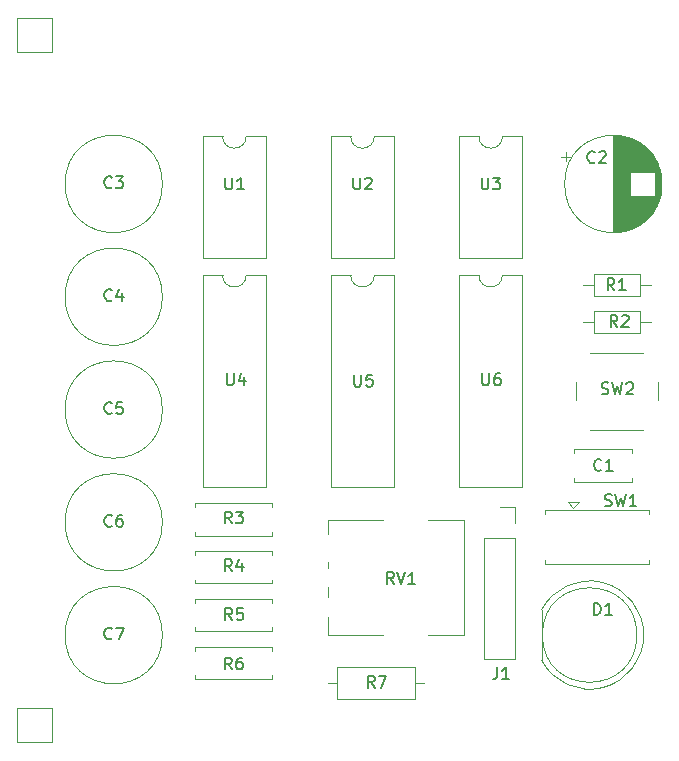
<source format=gbr>
%TF.GenerationSoftware,KiCad,Pcbnew,(7.0.0)*%
%TF.CreationDate,2023-02-28T14:37:34-05:00*%
%TF.ProjectId,8bc_clock_4,3862635f-636c-46f6-936b-5f342e6b6963,rev?*%
%TF.SameCoordinates,Original*%
%TF.FileFunction,Legend,Top*%
%TF.FilePolarity,Positive*%
%FSLAX46Y46*%
G04 Gerber Fmt 4.6, Leading zero omitted, Abs format (unit mm)*
G04 Created by KiCad (PCBNEW (7.0.0)) date 2023-02-28 14:37:34*
%MOMM*%
%LPD*%
G01*
G04 APERTURE LIST*
%ADD10C,0.150000*%
%ADD11C,0.120000*%
G04 APERTURE END LIST*
D10*
%TO.C,R1*%
X155768052Y-74944885D02*
X155434719Y-74468695D01*
X155196624Y-74944885D02*
X155196624Y-73944885D01*
X155196624Y-73944885D02*
X155577576Y-73944885D01*
X155577576Y-73944885D02*
X155672814Y-73992505D01*
X155672814Y-73992505D02*
X155720433Y-74040124D01*
X155720433Y-74040124D02*
X155768052Y-74135362D01*
X155768052Y-74135362D02*
X155768052Y-74278219D01*
X155768052Y-74278219D02*
X155720433Y-74373457D01*
X155720433Y-74373457D02*
X155672814Y-74421076D01*
X155672814Y-74421076D02*
X155577576Y-74468695D01*
X155577576Y-74468695D02*
X155196624Y-74468695D01*
X156720433Y-74944885D02*
X156149005Y-74944885D01*
X156434719Y-74944885D02*
X156434719Y-73944885D01*
X156434719Y-73944885D02*
X156339481Y-74087743D01*
X156339481Y-74087743D02*
X156244243Y-74182981D01*
X156244243Y-74182981D02*
X156149005Y-74230600D01*
%TO.C,C7*%
X113213333Y-104422142D02*
X113165714Y-104469761D01*
X113165714Y-104469761D02*
X113022857Y-104517380D01*
X113022857Y-104517380D02*
X112927619Y-104517380D01*
X112927619Y-104517380D02*
X112784762Y-104469761D01*
X112784762Y-104469761D02*
X112689524Y-104374523D01*
X112689524Y-104374523D02*
X112641905Y-104279285D01*
X112641905Y-104279285D02*
X112594286Y-104088809D01*
X112594286Y-104088809D02*
X112594286Y-103945952D01*
X112594286Y-103945952D02*
X112641905Y-103755476D01*
X112641905Y-103755476D02*
X112689524Y-103660238D01*
X112689524Y-103660238D02*
X112784762Y-103565000D01*
X112784762Y-103565000D02*
X112927619Y-103517380D01*
X112927619Y-103517380D02*
X113022857Y-103517380D01*
X113022857Y-103517380D02*
X113165714Y-103565000D01*
X113165714Y-103565000D02*
X113213333Y-103612619D01*
X113546667Y-103517380D02*
X114213333Y-103517380D01*
X114213333Y-103517380D02*
X113784762Y-104517380D01*
%TO.C,U3*%
X144528095Y-65407380D02*
X144528095Y-66216904D01*
X144528095Y-66216904D02*
X144575714Y-66312142D01*
X144575714Y-66312142D02*
X144623333Y-66359761D01*
X144623333Y-66359761D02*
X144718571Y-66407380D01*
X144718571Y-66407380D02*
X144909047Y-66407380D01*
X144909047Y-66407380D02*
X145004285Y-66359761D01*
X145004285Y-66359761D02*
X145051904Y-66312142D01*
X145051904Y-66312142D02*
X145099523Y-66216904D01*
X145099523Y-66216904D02*
X145099523Y-65407380D01*
X145480476Y-65407380D02*
X146099523Y-65407380D01*
X146099523Y-65407380D02*
X145766190Y-65788333D01*
X145766190Y-65788333D02*
X145909047Y-65788333D01*
X145909047Y-65788333D02*
X146004285Y-65835952D01*
X146004285Y-65835952D02*
X146051904Y-65883571D01*
X146051904Y-65883571D02*
X146099523Y-65978809D01*
X146099523Y-65978809D02*
X146099523Y-66216904D01*
X146099523Y-66216904D02*
X146051904Y-66312142D01*
X146051904Y-66312142D02*
X146004285Y-66359761D01*
X146004285Y-66359761D02*
X145909047Y-66407380D01*
X145909047Y-66407380D02*
X145623333Y-66407380D01*
X145623333Y-66407380D02*
X145528095Y-66359761D01*
X145528095Y-66359761D02*
X145480476Y-66312142D01*
%TO.C,C2*%
X154104890Y-64091914D02*
X154057271Y-64139533D01*
X154057271Y-64139533D02*
X153914414Y-64187152D01*
X153914414Y-64187152D02*
X153819176Y-64187152D01*
X153819176Y-64187152D02*
X153676319Y-64139533D01*
X153676319Y-64139533D02*
X153581081Y-64044295D01*
X153581081Y-64044295D02*
X153533462Y-63949057D01*
X153533462Y-63949057D02*
X153485843Y-63758581D01*
X153485843Y-63758581D02*
X153485843Y-63615724D01*
X153485843Y-63615724D02*
X153533462Y-63425248D01*
X153533462Y-63425248D02*
X153581081Y-63330010D01*
X153581081Y-63330010D02*
X153676319Y-63234772D01*
X153676319Y-63234772D02*
X153819176Y-63187152D01*
X153819176Y-63187152D02*
X153914414Y-63187152D01*
X153914414Y-63187152D02*
X154057271Y-63234772D01*
X154057271Y-63234772D02*
X154104890Y-63282391D01*
X154485843Y-63282391D02*
X154533462Y-63234772D01*
X154533462Y-63234772D02*
X154628700Y-63187152D01*
X154628700Y-63187152D02*
X154866795Y-63187152D01*
X154866795Y-63187152D02*
X154962033Y-63234772D01*
X154962033Y-63234772D02*
X155009652Y-63282391D01*
X155009652Y-63282391D02*
X155057271Y-63377629D01*
X155057271Y-63377629D02*
X155057271Y-63472867D01*
X155057271Y-63472867D02*
X155009652Y-63615724D01*
X155009652Y-63615724D02*
X154438224Y-64187152D01*
X154438224Y-64187152D02*
X155057271Y-64187152D01*
%TO.C,R5*%
X123405366Y-102853510D02*
X123072033Y-102377320D01*
X122833938Y-102853510D02*
X122833938Y-101853510D01*
X122833938Y-101853510D02*
X123214890Y-101853510D01*
X123214890Y-101853510D02*
X123310128Y-101901130D01*
X123310128Y-101901130D02*
X123357747Y-101948749D01*
X123357747Y-101948749D02*
X123405366Y-102043987D01*
X123405366Y-102043987D02*
X123405366Y-102186844D01*
X123405366Y-102186844D02*
X123357747Y-102282082D01*
X123357747Y-102282082D02*
X123310128Y-102329701D01*
X123310128Y-102329701D02*
X123214890Y-102377320D01*
X123214890Y-102377320D02*
X122833938Y-102377320D01*
X124310128Y-101853510D02*
X123833938Y-101853510D01*
X123833938Y-101853510D02*
X123786319Y-102329701D01*
X123786319Y-102329701D02*
X123833938Y-102282082D01*
X123833938Y-102282082D02*
X123929176Y-102234463D01*
X123929176Y-102234463D02*
X124167271Y-102234463D01*
X124167271Y-102234463D02*
X124262509Y-102282082D01*
X124262509Y-102282082D02*
X124310128Y-102329701D01*
X124310128Y-102329701D02*
X124357747Y-102424939D01*
X124357747Y-102424939D02*
X124357747Y-102663034D01*
X124357747Y-102663034D02*
X124310128Y-102758272D01*
X124310128Y-102758272D02*
X124262509Y-102805891D01*
X124262509Y-102805891D02*
X124167271Y-102853510D01*
X124167271Y-102853510D02*
X123929176Y-102853510D01*
X123929176Y-102853510D02*
X123833938Y-102805891D01*
X123833938Y-102805891D02*
X123786319Y-102758272D01*
%TO.C,U5*%
X133738795Y-82101754D02*
X133738795Y-82911278D01*
X133738795Y-82911278D02*
X133786414Y-83006516D01*
X133786414Y-83006516D02*
X133834033Y-83054135D01*
X133834033Y-83054135D02*
X133929271Y-83101754D01*
X133929271Y-83101754D02*
X134119747Y-83101754D01*
X134119747Y-83101754D02*
X134214985Y-83054135D01*
X134214985Y-83054135D02*
X134262604Y-83006516D01*
X134262604Y-83006516D02*
X134310223Y-82911278D01*
X134310223Y-82911278D02*
X134310223Y-82101754D01*
X135262604Y-82101754D02*
X134786414Y-82101754D01*
X134786414Y-82101754D02*
X134738795Y-82577945D01*
X134738795Y-82577945D02*
X134786414Y-82530326D01*
X134786414Y-82530326D02*
X134881652Y-82482707D01*
X134881652Y-82482707D02*
X135119747Y-82482707D01*
X135119747Y-82482707D02*
X135214985Y-82530326D01*
X135214985Y-82530326D02*
X135262604Y-82577945D01*
X135262604Y-82577945D02*
X135310223Y-82673183D01*
X135310223Y-82673183D02*
X135310223Y-82911278D01*
X135310223Y-82911278D02*
X135262604Y-83006516D01*
X135262604Y-83006516D02*
X135214985Y-83054135D01*
X135214985Y-83054135D02*
X135119747Y-83101754D01*
X135119747Y-83101754D02*
X134881652Y-83101754D01*
X134881652Y-83101754D02*
X134786414Y-83054135D01*
X134786414Y-83054135D02*
X134738795Y-83006516D01*
%TO.C,U2*%
X133678095Y-65407380D02*
X133678095Y-66216904D01*
X133678095Y-66216904D02*
X133725714Y-66312142D01*
X133725714Y-66312142D02*
X133773333Y-66359761D01*
X133773333Y-66359761D02*
X133868571Y-66407380D01*
X133868571Y-66407380D02*
X134059047Y-66407380D01*
X134059047Y-66407380D02*
X134154285Y-66359761D01*
X134154285Y-66359761D02*
X134201904Y-66312142D01*
X134201904Y-66312142D02*
X134249523Y-66216904D01*
X134249523Y-66216904D02*
X134249523Y-65407380D01*
X134678095Y-65502619D02*
X134725714Y-65455000D01*
X134725714Y-65455000D02*
X134820952Y-65407380D01*
X134820952Y-65407380D02*
X135059047Y-65407380D01*
X135059047Y-65407380D02*
X135154285Y-65455000D01*
X135154285Y-65455000D02*
X135201904Y-65502619D01*
X135201904Y-65502619D02*
X135249523Y-65597857D01*
X135249523Y-65597857D02*
X135249523Y-65693095D01*
X135249523Y-65693095D02*
X135201904Y-65835952D01*
X135201904Y-65835952D02*
X134630476Y-66407380D01*
X134630476Y-66407380D02*
X135249523Y-66407380D01*
%TO.C,C6*%
X113213333Y-94872142D02*
X113165714Y-94919761D01*
X113165714Y-94919761D02*
X113022857Y-94967380D01*
X113022857Y-94967380D02*
X112927619Y-94967380D01*
X112927619Y-94967380D02*
X112784762Y-94919761D01*
X112784762Y-94919761D02*
X112689524Y-94824523D01*
X112689524Y-94824523D02*
X112641905Y-94729285D01*
X112641905Y-94729285D02*
X112594286Y-94538809D01*
X112594286Y-94538809D02*
X112594286Y-94395952D01*
X112594286Y-94395952D02*
X112641905Y-94205476D01*
X112641905Y-94205476D02*
X112689524Y-94110238D01*
X112689524Y-94110238D02*
X112784762Y-94015000D01*
X112784762Y-94015000D02*
X112927619Y-93967380D01*
X112927619Y-93967380D02*
X113022857Y-93967380D01*
X113022857Y-93967380D02*
X113165714Y-94015000D01*
X113165714Y-94015000D02*
X113213333Y-94062619D01*
X114070476Y-93967380D02*
X113880000Y-93967380D01*
X113880000Y-93967380D02*
X113784762Y-94015000D01*
X113784762Y-94015000D02*
X113737143Y-94062619D01*
X113737143Y-94062619D02*
X113641905Y-94205476D01*
X113641905Y-94205476D02*
X113594286Y-94395952D01*
X113594286Y-94395952D02*
X113594286Y-94776904D01*
X113594286Y-94776904D02*
X113641905Y-94872142D01*
X113641905Y-94872142D02*
X113689524Y-94919761D01*
X113689524Y-94919761D02*
X113784762Y-94967380D01*
X113784762Y-94967380D02*
X113975238Y-94967380D01*
X113975238Y-94967380D02*
X114070476Y-94919761D01*
X114070476Y-94919761D02*
X114118095Y-94872142D01*
X114118095Y-94872142D02*
X114165714Y-94776904D01*
X114165714Y-94776904D02*
X114165714Y-94538809D01*
X114165714Y-94538809D02*
X114118095Y-94443571D01*
X114118095Y-94443571D02*
X114070476Y-94395952D01*
X114070476Y-94395952D02*
X113975238Y-94348333D01*
X113975238Y-94348333D02*
X113784762Y-94348333D01*
X113784762Y-94348333D02*
X113689524Y-94395952D01*
X113689524Y-94395952D02*
X113641905Y-94443571D01*
X113641905Y-94443571D02*
X113594286Y-94538809D01*
%TO.C,R3*%
X123362921Y-94689402D02*
X123029588Y-94213212D01*
X122791493Y-94689402D02*
X122791493Y-93689402D01*
X122791493Y-93689402D02*
X123172445Y-93689402D01*
X123172445Y-93689402D02*
X123267683Y-93737022D01*
X123267683Y-93737022D02*
X123315302Y-93784641D01*
X123315302Y-93784641D02*
X123362921Y-93879879D01*
X123362921Y-93879879D02*
X123362921Y-94022736D01*
X123362921Y-94022736D02*
X123315302Y-94117974D01*
X123315302Y-94117974D02*
X123267683Y-94165593D01*
X123267683Y-94165593D02*
X123172445Y-94213212D01*
X123172445Y-94213212D02*
X122791493Y-94213212D01*
X123696255Y-93689402D02*
X124315302Y-93689402D01*
X124315302Y-93689402D02*
X123981969Y-94070355D01*
X123981969Y-94070355D02*
X124124826Y-94070355D01*
X124124826Y-94070355D02*
X124220064Y-94117974D01*
X124220064Y-94117974D02*
X124267683Y-94165593D01*
X124267683Y-94165593D02*
X124315302Y-94260831D01*
X124315302Y-94260831D02*
X124315302Y-94498926D01*
X124315302Y-94498926D02*
X124267683Y-94594164D01*
X124267683Y-94594164D02*
X124220064Y-94641783D01*
X124220064Y-94641783D02*
X124124826Y-94689402D01*
X124124826Y-94689402D02*
X123839112Y-94689402D01*
X123839112Y-94689402D02*
X123743874Y-94641783D01*
X123743874Y-94641783D02*
X123696255Y-94594164D01*
%TO.C,U6*%
X144585540Y-81984492D02*
X144585540Y-82794016D01*
X144585540Y-82794016D02*
X144633159Y-82889254D01*
X144633159Y-82889254D02*
X144680778Y-82936873D01*
X144680778Y-82936873D02*
X144776016Y-82984492D01*
X144776016Y-82984492D02*
X144966492Y-82984492D01*
X144966492Y-82984492D02*
X145061730Y-82936873D01*
X145061730Y-82936873D02*
X145109349Y-82889254D01*
X145109349Y-82889254D02*
X145156968Y-82794016D01*
X145156968Y-82794016D02*
X145156968Y-81984492D01*
X146061730Y-81984492D02*
X145871254Y-81984492D01*
X145871254Y-81984492D02*
X145776016Y-82032112D01*
X145776016Y-82032112D02*
X145728397Y-82079731D01*
X145728397Y-82079731D02*
X145633159Y-82222588D01*
X145633159Y-82222588D02*
X145585540Y-82413064D01*
X145585540Y-82413064D02*
X145585540Y-82794016D01*
X145585540Y-82794016D02*
X145633159Y-82889254D01*
X145633159Y-82889254D02*
X145680778Y-82936873D01*
X145680778Y-82936873D02*
X145776016Y-82984492D01*
X145776016Y-82984492D02*
X145966492Y-82984492D01*
X145966492Y-82984492D02*
X146061730Y-82936873D01*
X146061730Y-82936873D02*
X146109349Y-82889254D01*
X146109349Y-82889254D02*
X146156968Y-82794016D01*
X146156968Y-82794016D02*
X146156968Y-82555921D01*
X146156968Y-82555921D02*
X146109349Y-82460683D01*
X146109349Y-82460683D02*
X146061730Y-82413064D01*
X146061730Y-82413064D02*
X145966492Y-82365445D01*
X145966492Y-82365445D02*
X145776016Y-82365445D01*
X145776016Y-82365445D02*
X145680778Y-82413064D01*
X145680778Y-82413064D02*
X145633159Y-82460683D01*
X145633159Y-82460683D02*
X145585540Y-82555921D01*
%TO.C,C4*%
X113213333Y-75772142D02*
X113165714Y-75819761D01*
X113165714Y-75819761D02*
X113022857Y-75867380D01*
X113022857Y-75867380D02*
X112927619Y-75867380D01*
X112927619Y-75867380D02*
X112784762Y-75819761D01*
X112784762Y-75819761D02*
X112689524Y-75724523D01*
X112689524Y-75724523D02*
X112641905Y-75629285D01*
X112641905Y-75629285D02*
X112594286Y-75438809D01*
X112594286Y-75438809D02*
X112594286Y-75295952D01*
X112594286Y-75295952D02*
X112641905Y-75105476D01*
X112641905Y-75105476D02*
X112689524Y-75010238D01*
X112689524Y-75010238D02*
X112784762Y-74915000D01*
X112784762Y-74915000D02*
X112927619Y-74867380D01*
X112927619Y-74867380D02*
X113022857Y-74867380D01*
X113022857Y-74867380D02*
X113165714Y-74915000D01*
X113165714Y-74915000D02*
X113213333Y-74962619D01*
X114070476Y-75200714D02*
X114070476Y-75867380D01*
X113832381Y-74819761D02*
X113594286Y-75534047D01*
X113594286Y-75534047D02*
X114213333Y-75534047D01*
%TO.C,R4*%
X123392942Y-98742246D02*
X123059609Y-98266056D01*
X122821514Y-98742246D02*
X122821514Y-97742246D01*
X122821514Y-97742246D02*
X123202466Y-97742246D01*
X123202466Y-97742246D02*
X123297704Y-97789866D01*
X123297704Y-97789866D02*
X123345323Y-97837485D01*
X123345323Y-97837485D02*
X123392942Y-97932723D01*
X123392942Y-97932723D02*
X123392942Y-98075580D01*
X123392942Y-98075580D02*
X123345323Y-98170818D01*
X123345323Y-98170818D02*
X123297704Y-98218437D01*
X123297704Y-98218437D02*
X123202466Y-98266056D01*
X123202466Y-98266056D02*
X122821514Y-98266056D01*
X124250085Y-98075580D02*
X124250085Y-98742246D01*
X124011990Y-97694627D02*
X123773895Y-98408913D01*
X123773895Y-98408913D02*
X124392942Y-98408913D01*
%TO.C,SW2*%
X154684517Y-83709123D02*
X154827374Y-83756742D01*
X154827374Y-83756742D02*
X155065469Y-83756742D01*
X155065469Y-83756742D02*
X155160707Y-83709123D01*
X155160707Y-83709123D02*
X155208326Y-83661504D01*
X155208326Y-83661504D02*
X155255945Y-83566266D01*
X155255945Y-83566266D02*
X155255945Y-83471028D01*
X155255945Y-83471028D02*
X155208326Y-83375790D01*
X155208326Y-83375790D02*
X155160707Y-83328171D01*
X155160707Y-83328171D02*
X155065469Y-83280552D01*
X155065469Y-83280552D02*
X154874993Y-83232933D01*
X154874993Y-83232933D02*
X154779755Y-83185314D01*
X154779755Y-83185314D02*
X154732136Y-83137695D01*
X154732136Y-83137695D02*
X154684517Y-83042457D01*
X154684517Y-83042457D02*
X154684517Y-82947219D01*
X154684517Y-82947219D02*
X154732136Y-82851981D01*
X154732136Y-82851981D02*
X154779755Y-82804362D01*
X154779755Y-82804362D02*
X154874993Y-82756742D01*
X154874993Y-82756742D02*
X155113088Y-82756742D01*
X155113088Y-82756742D02*
X155255945Y-82804362D01*
X155589279Y-82756742D02*
X155827374Y-83756742D01*
X155827374Y-83756742D02*
X156017850Y-83042457D01*
X156017850Y-83042457D02*
X156208326Y-83756742D01*
X156208326Y-83756742D02*
X156446422Y-82756742D01*
X156779755Y-82851981D02*
X156827374Y-82804362D01*
X156827374Y-82804362D02*
X156922612Y-82756742D01*
X156922612Y-82756742D02*
X157160707Y-82756742D01*
X157160707Y-82756742D02*
X157255945Y-82804362D01*
X157255945Y-82804362D02*
X157303564Y-82851981D01*
X157303564Y-82851981D02*
X157351183Y-82947219D01*
X157351183Y-82947219D02*
X157351183Y-83042457D01*
X157351183Y-83042457D02*
X157303564Y-83185314D01*
X157303564Y-83185314D02*
X156732136Y-83756742D01*
X156732136Y-83756742D02*
X157351183Y-83756742D01*
%TO.C,RV1*%
X137090073Y-99824419D02*
X136756740Y-99348229D01*
X136518645Y-99824419D02*
X136518645Y-98824419D01*
X136518645Y-98824419D02*
X136899597Y-98824419D01*
X136899597Y-98824419D02*
X136994835Y-98872039D01*
X136994835Y-98872039D02*
X137042454Y-98919658D01*
X137042454Y-98919658D02*
X137090073Y-99014896D01*
X137090073Y-99014896D02*
X137090073Y-99157753D01*
X137090073Y-99157753D02*
X137042454Y-99252991D01*
X137042454Y-99252991D02*
X136994835Y-99300610D01*
X136994835Y-99300610D02*
X136899597Y-99348229D01*
X136899597Y-99348229D02*
X136518645Y-99348229D01*
X137375788Y-98824419D02*
X137709121Y-99824419D01*
X137709121Y-99824419D02*
X138042454Y-98824419D01*
X138899597Y-99824419D02*
X138328169Y-99824419D01*
X138613883Y-99824419D02*
X138613883Y-98824419D01*
X138613883Y-98824419D02*
X138518645Y-98967277D01*
X138518645Y-98967277D02*
X138423407Y-99062515D01*
X138423407Y-99062515D02*
X138328169Y-99110134D01*
%TO.C,D1*%
X154034950Y-102436557D02*
X154034950Y-101436557D01*
X154034950Y-101436557D02*
X154273045Y-101436557D01*
X154273045Y-101436557D02*
X154415902Y-101484177D01*
X154415902Y-101484177D02*
X154511140Y-101579415D01*
X154511140Y-101579415D02*
X154558759Y-101674653D01*
X154558759Y-101674653D02*
X154606378Y-101865129D01*
X154606378Y-101865129D02*
X154606378Y-102007986D01*
X154606378Y-102007986D02*
X154558759Y-102198462D01*
X154558759Y-102198462D02*
X154511140Y-102293700D01*
X154511140Y-102293700D02*
X154415902Y-102388938D01*
X154415902Y-102388938D02*
X154273045Y-102436557D01*
X154273045Y-102436557D02*
X154034950Y-102436557D01*
X155558759Y-102436557D02*
X154987331Y-102436557D01*
X155273045Y-102436557D02*
X155273045Y-101436557D01*
X155273045Y-101436557D02*
X155177807Y-101579415D01*
X155177807Y-101579415D02*
X155082569Y-101674653D01*
X155082569Y-101674653D02*
X154987331Y-101722272D01*
%TO.C,C3*%
X113213333Y-66222142D02*
X113165714Y-66269761D01*
X113165714Y-66269761D02*
X113022857Y-66317380D01*
X113022857Y-66317380D02*
X112927619Y-66317380D01*
X112927619Y-66317380D02*
X112784762Y-66269761D01*
X112784762Y-66269761D02*
X112689524Y-66174523D01*
X112689524Y-66174523D02*
X112641905Y-66079285D01*
X112641905Y-66079285D02*
X112594286Y-65888809D01*
X112594286Y-65888809D02*
X112594286Y-65745952D01*
X112594286Y-65745952D02*
X112641905Y-65555476D01*
X112641905Y-65555476D02*
X112689524Y-65460238D01*
X112689524Y-65460238D02*
X112784762Y-65365000D01*
X112784762Y-65365000D02*
X112927619Y-65317380D01*
X112927619Y-65317380D02*
X113022857Y-65317380D01*
X113022857Y-65317380D02*
X113165714Y-65365000D01*
X113165714Y-65365000D02*
X113213333Y-65412619D01*
X113546667Y-65317380D02*
X114165714Y-65317380D01*
X114165714Y-65317380D02*
X113832381Y-65698333D01*
X113832381Y-65698333D02*
X113975238Y-65698333D01*
X113975238Y-65698333D02*
X114070476Y-65745952D01*
X114070476Y-65745952D02*
X114118095Y-65793571D01*
X114118095Y-65793571D02*
X114165714Y-65888809D01*
X114165714Y-65888809D02*
X114165714Y-66126904D01*
X114165714Y-66126904D02*
X114118095Y-66222142D01*
X114118095Y-66222142D02*
X114070476Y-66269761D01*
X114070476Y-66269761D02*
X113975238Y-66317380D01*
X113975238Y-66317380D02*
X113689524Y-66317380D01*
X113689524Y-66317380D02*
X113594286Y-66269761D01*
X113594286Y-66269761D02*
X113546667Y-66222142D01*
%TO.C,J1*%
X145841425Y-106878510D02*
X145841425Y-107592796D01*
X145841425Y-107592796D02*
X145793806Y-107735653D01*
X145793806Y-107735653D02*
X145698568Y-107830891D01*
X145698568Y-107830891D02*
X145555711Y-107878510D01*
X145555711Y-107878510D02*
X145460473Y-107878510D01*
X146841425Y-107878510D02*
X146269997Y-107878510D01*
X146555711Y-107878510D02*
X146555711Y-106878510D01*
X146555711Y-106878510D02*
X146460473Y-107021368D01*
X146460473Y-107021368D02*
X146365235Y-107116606D01*
X146365235Y-107116606D02*
X146269997Y-107164225D01*
%TO.C,R6*%
X123373333Y-107047380D02*
X123040000Y-106571190D01*
X122801905Y-107047380D02*
X122801905Y-106047380D01*
X122801905Y-106047380D02*
X123182857Y-106047380D01*
X123182857Y-106047380D02*
X123278095Y-106095000D01*
X123278095Y-106095000D02*
X123325714Y-106142619D01*
X123325714Y-106142619D02*
X123373333Y-106237857D01*
X123373333Y-106237857D02*
X123373333Y-106380714D01*
X123373333Y-106380714D02*
X123325714Y-106475952D01*
X123325714Y-106475952D02*
X123278095Y-106523571D01*
X123278095Y-106523571D02*
X123182857Y-106571190D01*
X123182857Y-106571190D02*
X122801905Y-106571190D01*
X124230476Y-106047380D02*
X124040000Y-106047380D01*
X124040000Y-106047380D02*
X123944762Y-106095000D01*
X123944762Y-106095000D02*
X123897143Y-106142619D01*
X123897143Y-106142619D02*
X123801905Y-106285476D01*
X123801905Y-106285476D02*
X123754286Y-106475952D01*
X123754286Y-106475952D02*
X123754286Y-106856904D01*
X123754286Y-106856904D02*
X123801905Y-106952142D01*
X123801905Y-106952142D02*
X123849524Y-106999761D01*
X123849524Y-106999761D02*
X123944762Y-107047380D01*
X123944762Y-107047380D02*
X124135238Y-107047380D01*
X124135238Y-107047380D02*
X124230476Y-106999761D01*
X124230476Y-106999761D02*
X124278095Y-106952142D01*
X124278095Y-106952142D02*
X124325714Y-106856904D01*
X124325714Y-106856904D02*
X124325714Y-106618809D01*
X124325714Y-106618809D02*
X124278095Y-106523571D01*
X124278095Y-106523571D02*
X124230476Y-106475952D01*
X124230476Y-106475952D02*
X124135238Y-106428333D01*
X124135238Y-106428333D02*
X123944762Y-106428333D01*
X123944762Y-106428333D02*
X123849524Y-106475952D01*
X123849524Y-106475952D02*
X123801905Y-106523571D01*
X123801905Y-106523571D02*
X123754286Y-106618809D01*
%TO.C,R7*%
X135469029Y-108598186D02*
X135135696Y-108121996D01*
X134897601Y-108598186D02*
X134897601Y-107598186D01*
X134897601Y-107598186D02*
X135278553Y-107598186D01*
X135278553Y-107598186D02*
X135373791Y-107645806D01*
X135373791Y-107645806D02*
X135421410Y-107693425D01*
X135421410Y-107693425D02*
X135469029Y-107788663D01*
X135469029Y-107788663D02*
X135469029Y-107931520D01*
X135469029Y-107931520D02*
X135421410Y-108026758D01*
X135421410Y-108026758D02*
X135373791Y-108074377D01*
X135373791Y-108074377D02*
X135278553Y-108121996D01*
X135278553Y-108121996D02*
X134897601Y-108121996D01*
X135802363Y-107598186D02*
X136469029Y-107598186D01*
X136469029Y-107598186D02*
X136040458Y-108598186D01*
%TO.C,SW1*%
X154956667Y-93174761D02*
X155099524Y-93222380D01*
X155099524Y-93222380D02*
X155337619Y-93222380D01*
X155337619Y-93222380D02*
X155432857Y-93174761D01*
X155432857Y-93174761D02*
X155480476Y-93127142D01*
X155480476Y-93127142D02*
X155528095Y-93031904D01*
X155528095Y-93031904D02*
X155528095Y-92936666D01*
X155528095Y-92936666D02*
X155480476Y-92841428D01*
X155480476Y-92841428D02*
X155432857Y-92793809D01*
X155432857Y-92793809D02*
X155337619Y-92746190D01*
X155337619Y-92746190D02*
X155147143Y-92698571D01*
X155147143Y-92698571D02*
X155051905Y-92650952D01*
X155051905Y-92650952D02*
X155004286Y-92603333D01*
X155004286Y-92603333D02*
X154956667Y-92508095D01*
X154956667Y-92508095D02*
X154956667Y-92412857D01*
X154956667Y-92412857D02*
X155004286Y-92317619D01*
X155004286Y-92317619D02*
X155051905Y-92270000D01*
X155051905Y-92270000D02*
X155147143Y-92222380D01*
X155147143Y-92222380D02*
X155385238Y-92222380D01*
X155385238Y-92222380D02*
X155528095Y-92270000D01*
X155861429Y-92222380D02*
X156099524Y-93222380D01*
X156099524Y-93222380D02*
X156290000Y-92508095D01*
X156290000Y-92508095D02*
X156480476Y-93222380D01*
X156480476Y-93222380D02*
X156718572Y-92222380D01*
X157623333Y-93222380D02*
X157051905Y-93222380D01*
X157337619Y-93222380D02*
X157337619Y-92222380D01*
X157337619Y-92222380D02*
X157242381Y-92365238D01*
X157242381Y-92365238D02*
X157147143Y-92460476D01*
X157147143Y-92460476D02*
X157051905Y-92508095D01*
%TO.C,U1*%
X122828095Y-65407380D02*
X122828095Y-66216904D01*
X122828095Y-66216904D02*
X122875714Y-66312142D01*
X122875714Y-66312142D02*
X122923333Y-66359761D01*
X122923333Y-66359761D02*
X123018571Y-66407380D01*
X123018571Y-66407380D02*
X123209047Y-66407380D01*
X123209047Y-66407380D02*
X123304285Y-66359761D01*
X123304285Y-66359761D02*
X123351904Y-66312142D01*
X123351904Y-66312142D02*
X123399523Y-66216904D01*
X123399523Y-66216904D02*
X123399523Y-65407380D01*
X124399523Y-66407380D02*
X123828095Y-66407380D01*
X124113809Y-66407380D02*
X124113809Y-65407380D01*
X124113809Y-65407380D02*
X124018571Y-65550238D01*
X124018571Y-65550238D02*
X123923333Y-65645476D01*
X123923333Y-65645476D02*
X123828095Y-65693095D01*
%TO.C,R2*%
X156017444Y-78062287D02*
X155684111Y-77586097D01*
X155446016Y-78062287D02*
X155446016Y-77062287D01*
X155446016Y-77062287D02*
X155826968Y-77062287D01*
X155826968Y-77062287D02*
X155922206Y-77109907D01*
X155922206Y-77109907D02*
X155969825Y-77157526D01*
X155969825Y-77157526D02*
X156017444Y-77252764D01*
X156017444Y-77252764D02*
X156017444Y-77395621D01*
X156017444Y-77395621D02*
X155969825Y-77490859D01*
X155969825Y-77490859D02*
X155922206Y-77538478D01*
X155922206Y-77538478D02*
X155826968Y-77586097D01*
X155826968Y-77586097D02*
X155446016Y-77586097D01*
X156398397Y-77157526D02*
X156446016Y-77109907D01*
X156446016Y-77109907D02*
X156541254Y-77062287D01*
X156541254Y-77062287D02*
X156779349Y-77062287D01*
X156779349Y-77062287D02*
X156874587Y-77109907D01*
X156874587Y-77109907D02*
X156922206Y-77157526D01*
X156922206Y-77157526D02*
X156969825Y-77252764D01*
X156969825Y-77252764D02*
X156969825Y-77348002D01*
X156969825Y-77348002D02*
X156922206Y-77490859D01*
X156922206Y-77490859D02*
X156350778Y-78062287D01*
X156350778Y-78062287D02*
X156969825Y-78062287D01*
%TO.C,U4*%
X122950682Y-81984492D02*
X122950682Y-82794016D01*
X122950682Y-82794016D02*
X122998301Y-82889254D01*
X122998301Y-82889254D02*
X123045920Y-82936873D01*
X123045920Y-82936873D02*
X123141158Y-82984492D01*
X123141158Y-82984492D02*
X123331634Y-82984492D01*
X123331634Y-82984492D02*
X123426872Y-82936873D01*
X123426872Y-82936873D02*
X123474491Y-82889254D01*
X123474491Y-82889254D02*
X123522110Y-82794016D01*
X123522110Y-82794016D02*
X123522110Y-81984492D01*
X124426872Y-82317826D02*
X124426872Y-82984492D01*
X124188777Y-81936873D02*
X123950682Y-82651159D01*
X123950682Y-82651159D02*
X124569729Y-82651159D01*
%TO.C,C5*%
X113213333Y-85322142D02*
X113165714Y-85369761D01*
X113165714Y-85369761D02*
X113022857Y-85417380D01*
X113022857Y-85417380D02*
X112927619Y-85417380D01*
X112927619Y-85417380D02*
X112784762Y-85369761D01*
X112784762Y-85369761D02*
X112689524Y-85274523D01*
X112689524Y-85274523D02*
X112641905Y-85179285D01*
X112641905Y-85179285D02*
X112594286Y-84988809D01*
X112594286Y-84988809D02*
X112594286Y-84845952D01*
X112594286Y-84845952D02*
X112641905Y-84655476D01*
X112641905Y-84655476D02*
X112689524Y-84560238D01*
X112689524Y-84560238D02*
X112784762Y-84465000D01*
X112784762Y-84465000D02*
X112927619Y-84417380D01*
X112927619Y-84417380D02*
X113022857Y-84417380D01*
X113022857Y-84417380D02*
X113165714Y-84465000D01*
X113165714Y-84465000D02*
X113213333Y-84512619D01*
X114118095Y-84417380D02*
X113641905Y-84417380D01*
X113641905Y-84417380D02*
X113594286Y-84893571D01*
X113594286Y-84893571D02*
X113641905Y-84845952D01*
X113641905Y-84845952D02*
X113737143Y-84798333D01*
X113737143Y-84798333D02*
X113975238Y-84798333D01*
X113975238Y-84798333D02*
X114070476Y-84845952D01*
X114070476Y-84845952D02*
X114118095Y-84893571D01*
X114118095Y-84893571D02*
X114165714Y-84988809D01*
X114165714Y-84988809D02*
X114165714Y-85226904D01*
X114165714Y-85226904D02*
X114118095Y-85322142D01*
X114118095Y-85322142D02*
X114070476Y-85369761D01*
X114070476Y-85369761D02*
X113975238Y-85417380D01*
X113975238Y-85417380D02*
X113737143Y-85417380D01*
X113737143Y-85417380D02*
X113641905Y-85369761D01*
X113641905Y-85369761D02*
X113594286Y-85322142D01*
%TO.C,C1*%
X154660798Y-90151344D02*
X154613179Y-90198963D01*
X154613179Y-90198963D02*
X154470322Y-90246582D01*
X154470322Y-90246582D02*
X154375084Y-90246582D01*
X154375084Y-90246582D02*
X154232227Y-90198963D01*
X154232227Y-90198963D02*
X154136989Y-90103725D01*
X154136989Y-90103725D02*
X154089370Y-90008487D01*
X154089370Y-90008487D02*
X154041751Y-89818011D01*
X154041751Y-89818011D02*
X154041751Y-89675154D01*
X154041751Y-89675154D02*
X154089370Y-89484678D01*
X154089370Y-89484678D02*
X154136989Y-89389440D01*
X154136989Y-89389440D02*
X154232227Y-89294202D01*
X154232227Y-89294202D02*
X154375084Y-89246582D01*
X154375084Y-89246582D02*
X154470322Y-89246582D01*
X154470322Y-89246582D02*
X154613179Y-89294202D01*
X154613179Y-89294202D02*
X154660798Y-89341821D01*
X155613179Y-90246582D02*
X155041751Y-90246582D01*
X155327465Y-90246582D02*
X155327465Y-89246582D01*
X155327465Y-89246582D02*
X155232227Y-89389440D01*
X155232227Y-89389440D02*
X155136989Y-89484678D01*
X155136989Y-89484678D02*
X155041751Y-89532297D01*
D11*
%TO.C,R1*%
X153120000Y-74500000D02*
X154070000Y-74500000D01*
X154070000Y-73580000D02*
X154070000Y-75420000D01*
X154070000Y-75420000D02*
X157910000Y-75420000D01*
X157910000Y-73580000D02*
X154070000Y-73580000D01*
X157910000Y-75420000D02*
X157910000Y-73580000D01*
X158860000Y-74500000D02*
X157910000Y-74500000D01*
%TO.C,C7*%
X117500000Y-104150000D02*
G75*
G03*
X117500000Y-104150000I-4120000J0D01*
G01*
%TO.C,REF\u002A\u002A\u002A*%
X105180000Y-110360000D02*
X105180000Y-113210000D01*
X105180000Y-110360000D02*
X108180000Y-110360000D01*
X105180000Y-113210000D02*
X108180000Y-113210000D01*
X108180000Y-110360000D02*
X108180000Y-113210000D01*
%TO.C,U3*%
X142640000Y-61920000D02*
X142640000Y-72200000D01*
X142640000Y-72200000D02*
X147940000Y-72200000D01*
X144290000Y-61920000D02*
X142640000Y-61920000D01*
X147940000Y-61920000D02*
X146290000Y-61920000D01*
X147940000Y-72200000D02*
X147940000Y-61920000D01*
X144290000Y-61920000D02*
G75*
G03*
X146290000Y-61920000I1000000J0D01*
G01*
%TO.C,C2*%
X151265000Y-63635000D02*
X152065000Y-63635000D01*
X151665000Y-63235000D02*
X151665000Y-64035000D01*
X155674698Y-61870000D02*
X155674698Y-70030000D01*
X155714698Y-61870000D02*
X155714698Y-70030000D01*
X155754698Y-61870000D02*
X155754698Y-70030000D01*
X155794698Y-61871000D02*
X155794698Y-70029000D01*
X155834698Y-61873000D02*
X155834698Y-70027000D01*
X155874698Y-61874000D02*
X155874698Y-70026000D01*
X155914698Y-61876000D02*
X155914698Y-70024000D01*
X155954698Y-61879000D02*
X155954698Y-70021000D01*
X155994698Y-61882000D02*
X155994698Y-70018000D01*
X156034698Y-61885000D02*
X156034698Y-70015000D01*
X156074698Y-61889000D02*
X156074698Y-70011000D01*
X156114698Y-61893000D02*
X156114698Y-70007000D01*
X156154698Y-61898000D02*
X156154698Y-70002000D01*
X156194698Y-61902000D02*
X156194698Y-69998000D01*
X156234698Y-61908000D02*
X156234698Y-69992000D01*
X156274698Y-61913000D02*
X156274698Y-69987000D01*
X156314698Y-61920000D02*
X156314698Y-69980000D01*
X156354698Y-61926000D02*
X156354698Y-69974000D01*
X156395698Y-61933000D02*
X156395698Y-69967000D01*
X156435698Y-61940000D02*
X156435698Y-69960000D01*
X156475698Y-61948000D02*
X156475698Y-69952000D01*
X156515698Y-61956000D02*
X156515698Y-69944000D01*
X156555698Y-61965000D02*
X156555698Y-69935000D01*
X156595698Y-61974000D02*
X156595698Y-69926000D01*
X156635698Y-61983000D02*
X156635698Y-69917000D01*
X156675698Y-61993000D02*
X156675698Y-69907000D01*
X156715698Y-62003000D02*
X156715698Y-69897000D01*
X156755698Y-62014000D02*
X156755698Y-69886000D01*
X156795698Y-62025000D02*
X156795698Y-69875000D01*
X156835698Y-62036000D02*
X156835698Y-69864000D01*
X156875698Y-62048000D02*
X156875698Y-69852000D01*
X156915698Y-62061000D02*
X156915698Y-69839000D01*
X156955698Y-62073000D02*
X156955698Y-69827000D01*
X156995698Y-62087000D02*
X156995698Y-69813000D01*
X157035698Y-62100000D02*
X157035698Y-69800000D01*
X157075698Y-62115000D02*
X157075698Y-69785000D01*
X157115698Y-62129000D02*
X157115698Y-69771000D01*
X157155698Y-62145000D02*
X157155698Y-64910000D01*
X157155698Y-66990000D02*
X157155698Y-69755000D01*
X157195698Y-62160000D02*
X157195698Y-64910000D01*
X157195698Y-66990000D02*
X157195698Y-69740000D01*
X157235698Y-62176000D02*
X157235698Y-64910000D01*
X157235698Y-66990000D02*
X157235698Y-69724000D01*
X157275698Y-62193000D02*
X157275698Y-64910000D01*
X157275698Y-66990000D02*
X157275698Y-69707000D01*
X157315698Y-62210000D02*
X157315698Y-64910000D01*
X157315698Y-66990000D02*
X157315698Y-69690000D01*
X157355698Y-62228000D02*
X157355698Y-64910000D01*
X157355698Y-66990000D02*
X157355698Y-69672000D01*
X157395698Y-62246000D02*
X157395698Y-64910000D01*
X157395698Y-66990000D02*
X157395698Y-69654000D01*
X157435698Y-62264000D02*
X157435698Y-64910000D01*
X157435698Y-66990000D02*
X157435698Y-69636000D01*
X157475698Y-62284000D02*
X157475698Y-64910000D01*
X157475698Y-66990000D02*
X157475698Y-69616000D01*
X157515698Y-62303000D02*
X157515698Y-64910000D01*
X157515698Y-66990000D02*
X157515698Y-69597000D01*
X157555698Y-62323000D02*
X157555698Y-64910000D01*
X157555698Y-66990000D02*
X157555698Y-69577000D01*
X157595698Y-62344000D02*
X157595698Y-64910000D01*
X157595698Y-66990000D02*
X157595698Y-69556000D01*
X157635698Y-62366000D02*
X157635698Y-64910000D01*
X157635698Y-66990000D02*
X157635698Y-69534000D01*
X157675698Y-62388000D02*
X157675698Y-64910000D01*
X157675698Y-66990000D02*
X157675698Y-69512000D01*
X157715698Y-62410000D02*
X157715698Y-64910000D01*
X157715698Y-66990000D02*
X157715698Y-69490000D01*
X157755698Y-62433000D02*
X157755698Y-64910000D01*
X157755698Y-66990000D02*
X157755698Y-69467000D01*
X157795698Y-62457000D02*
X157795698Y-64910000D01*
X157795698Y-66990000D02*
X157795698Y-69443000D01*
X157835698Y-62481000D02*
X157835698Y-64910000D01*
X157835698Y-66990000D02*
X157835698Y-69419000D01*
X157875698Y-62506000D02*
X157875698Y-64910000D01*
X157875698Y-66990000D02*
X157875698Y-69394000D01*
X157915698Y-62532000D02*
X157915698Y-64910000D01*
X157915698Y-66990000D02*
X157915698Y-69368000D01*
X157955698Y-62558000D02*
X157955698Y-64910000D01*
X157955698Y-66990000D02*
X157955698Y-69342000D01*
X157995698Y-62585000D02*
X157995698Y-64910000D01*
X157995698Y-66990000D02*
X157995698Y-69315000D01*
X158035698Y-62612000D02*
X158035698Y-64910000D01*
X158035698Y-66990000D02*
X158035698Y-69288000D01*
X158075698Y-62641000D02*
X158075698Y-64910000D01*
X158075698Y-66990000D02*
X158075698Y-69259000D01*
X158115698Y-62670000D02*
X158115698Y-64910000D01*
X158115698Y-66990000D02*
X158115698Y-69230000D01*
X158155698Y-62700000D02*
X158155698Y-64910000D01*
X158155698Y-66990000D02*
X158155698Y-69200000D01*
X158195698Y-62730000D02*
X158195698Y-64910000D01*
X158195698Y-66990000D02*
X158195698Y-69170000D01*
X158235698Y-62761000D02*
X158235698Y-64910000D01*
X158235698Y-66990000D02*
X158235698Y-69139000D01*
X158275698Y-62794000D02*
X158275698Y-64910000D01*
X158275698Y-66990000D02*
X158275698Y-69106000D01*
X158315698Y-62826000D02*
X158315698Y-64910000D01*
X158315698Y-66990000D02*
X158315698Y-69074000D01*
X158355698Y-62860000D02*
X158355698Y-64910000D01*
X158355698Y-66990000D02*
X158355698Y-69040000D01*
X158395698Y-62895000D02*
X158395698Y-64910000D01*
X158395698Y-66990000D02*
X158395698Y-69005000D01*
X158435698Y-62931000D02*
X158435698Y-64910000D01*
X158435698Y-66990000D02*
X158435698Y-68969000D01*
X158475698Y-62967000D02*
X158475698Y-64910000D01*
X158475698Y-66990000D02*
X158475698Y-68933000D01*
X158515698Y-63005000D02*
X158515698Y-64910000D01*
X158515698Y-66990000D02*
X158515698Y-68895000D01*
X158555698Y-63043000D02*
X158555698Y-64910000D01*
X158555698Y-66990000D02*
X158555698Y-68857000D01*
X158595698Y-63083000D02*
X158595698Y-64910000D01*
X158595698Y-66990000D02*
X158595698Y-68817000D01*
X158635698Y-63124000D02*
X158635698Y-64910000D01*
X158635698Y-66990000D02*
X158635698Y-68776000D01*
X158675698Y-63166000D02*
X158675698Y-64910000D01*
X158675698Y-66990000D02*
X158675698Y-68734000D01*
X158715698Y-63209000D02*
X158715698Y-64910000D01*
X158715698Y-66990000D02*
X158715698Y-68691000D01*
X158755698Y-63253000D02*
X158755698Y-64910000D01*
X158755698Y-66990000D02*
X158755698Y-68647000D01*
X158795698Y-63299000D02*
X158795698Y-64910000D01*
X158795698Y-66990000D02*
X158795698Y-68601000D01*
X158835698Y-63346000D02*
X158835698Y-64910000D01*
X158835698Y-66990000D02*
X158835698Y-68554000D01*
X158875698Y-63394000D02*
X158875698Y-64910000D01*
X158875698Y-66990000D02*
X158875698Y-68506000D01*
X158915698Y-63445000D02*
X158915698Y-64910000D01*
X158915698Y-66990000D02*
X158915698Y-68455000D01*
X158955698Y-63496000D02*
X158955698Y-64910000D01*
X158955698Y-66990000D02*
X158955698Y-68404000D01*
X158995698Y-63550000D02*
X158995698Y-64910000D01*
X158995698Y-66990000D02*
X158995698Y-68350000D01*
X159035698Y-63605000D02*
X159035698Y-64910000D01*
X159035698Y-66990000D02*
X159035698Y-68295000D01*
X159075698Y-63663000D02*
X159075698Y-64910000D01*
X159075698Y-66990000D02*
X159075698Y-68237000D01*
X159115698Y-63722000D02*
X159115698Y-64910000D01*
X159115698Y-66990000D02*
X159115698Y-68178000D01*
X159155698Y-63784000D02*
X159155698Y-64910000D01*
X159155698Y-66990000D02*
X159155698Y-68116000D01*
X159195698Y-63848000D02*
X159195698Y-64910000D01*
X159195698Y-66990000D02*
X159195698Y-68052000D01*
X159235698Y-63916000D02*
X159235698Y-67984000D01*
X159275698Y-63986000D02*
X159275698Y-67914000D01*
X159315698Y-64060000D02*
X159315698Y-67840000D01*
X159355698Y-64137000D02*
X159355698Y-67763000D01*
X159395698Y-64219000D02*
X159395698Y-67681000D01*
X159435698Y-64305000D02*
X159435698Y-67595000D01*
X159475698Y-64398000D02*
X159475698Y-67502000D01*
X159515698Y-64497000D02*
X159515698Y-67403000D01*
X159555698Y-64604000D02*
X159555698Y-67296000D01*
X159595698Y-64721000D02*
X159595698Y-67179000D01*
X159635698Y-64852000D02*
X159635698Y-67048000D01*
X159675698Y-65002000D02*
X159675698Y-66898000D01*
X159715698Y-65182000D02*
X159715698Y-66718000D01*
X159755698Y-65417000D02*
X159755698Y-66483000D01*
X159794698Y-65950000D02*
G75*
G03*
X159794698Y-65950000I-4120000J0D01*
G01*
%TO.C,R5*%
X120270000Y-101080000D02*
X126810000Y-101080000D01*
X120270000Y-101410000D02*
X120270000Y-101080000D01*
X120270000Y-103490000D02*
X120270000Y-103820000D01*
X120270000Y-103820000D02*
X126810000Y-103820000D01*
X126810000Y-101080000D02*
X126810000Y-101410000D01*
X126810000Y-103820000D02*
X126810000Y-103490000D01*
%TO.C,U5*%
X131790000Y-73670000D02*
X131790000Y-91570000D01*
X131790000Y-91570000D02*
X137090000Y-91570000D01*
X133440000Y-73670000D02*
X131790000Y-73670000D01*
X137090000Y-73670000D02*
X135440000Y-73670000D01*
X137090000Y-91570000D02*
X137090000Y-73670000D01*
X133440000Y-73670000D02*
G75*
G03*
X135440000Y-73670000I1000000J0D01*
G01*
%TO.C,U2*%
X131790000Y-61920000D02*
X131790000Y-72200000D01*
X131790000Y-72200000D02*
X137090000Y-72200000D01*
X133440000Y-61920000D02*
X131790000Y-61920000D01*
X137090000Y-61920000D02*
X135440000Y-61920000D01*
X137090000Y-72200000D02*
X137090000Y-61920000D01*
X133440000Y-61920000D02*
G75*
G03*
X135440000Y-61920000I1000000J0D01*
G01*
%TO.C,C6*%
X117500000Y-94600000D02*
G75*
G03*
X117500000Y-94600000I-4120000J0D01*
G01*
%TO.C,R3*%
X120270000Y-92980000D02*
X126810000Y-92980000D01*
X120270000Y-93310000D02*
X120270000Y-92980000D01*
X120270000Y-95390000D02*
X120270000Y-95720000D01*
X120270000Y-95720000D02*
X126810000Y-95720000D01*
X126810000Y-92980000D02*
X126810000Y-93310000D01*
X126810000Y-95720000D02*
X126810000Y-95390000D01*
%TO.C,U6*%
X142640000Y-73670000D02*
X142640000Y-91570000D01*
X142640000Y-91570000D02*
X147940000Y-91570000D01*
X144290000Y-73670000D02*
X142640000Y-73670000D01*
X147940000Y-73670000D02*
X146290000Y-73670000D01*
X147940000Y-91570000D02*
X147940000Y-73670000D01*
X144290000Y-73670000D02*
G75*
G03*
X146290000Y-73670000I1000000J0D01*
G01*
%TO.C,C4*%
X117500000Y-75500000D02*
G75*
G03*
X117500000Y-75500000I-4120000J0D01*
G01*
%TO.C,R4*%
X120270000Y-97030000D02*
X126810000Y-97030000D01*
X120270000Y-97360000D02*
X120270000Y-97030000D01*
X120270000Y-99440000D02*
X120270000Y-99770000D01*
X120270000Y-99770000D02*
X126810000Y-99770000D01*
X126810000Y-97030000D02*
X126810000Y-97360000D01*
X126810000Y-99770000D02*
X126810000Y-99440000D01*
%TO.C,SW2*%
X152480000Y-82750000D02*
X152480000Y-84250000D01*
X153730000Y-86750000D02*
X158230000Y-86750000D01*
X158230000Y-80250000D02*
X153730000Y-80250000D01*
X159480000Y-84250000D02*
X159480000Y-82750000D01*
%TO.C,RV1*%
X131480000Y-94380000D02*
X136200000Y-94380000D01*
X131480000Y-95570000D02*
X131480000Y-94390000D01*
X131480000Y-98470000D02*
X131480000Y-97940000D01*
X131480000Y-100920000D02*
X131480000Y-100090000D01*
X131480000Y-104130000D02*
X131480000Y-102640000D01*
X131480000Y-104130000D02*
X136200000Y-104130000D01*
X140010000Y-94390000D02*
X143070000Y-94390000D01*
X140010000Y-104130000D02*
X143070000Y-104130000D01*
X143070000Y-104130000D02*
X143070000Y-94390000D01*
%TO.C,REF\u002A\u002A*%
X105180000Y-51940000D02*
X105180000Y-54790000D01*
X105180000Y-51940000D02*
X108180000Y-51940000D01*
X105180000Y-54790000D02*
X108180000Y-54790000D01*
X108180000Y-51940000D02*
X108180000Y-54790000D01*
%TO.C,D1*%
X149610000Y-101998000D02*
X149610000Y-106282000D01*
X158260000Y-104140486D02*
G75*
G03*
X149610000Y-101998855I-4590000J486D01*
G01*
X149610000Y-106281145D02*
G75*
G03*
X158260000Y-104139514I4060000J2141145D01*
G01*
X157670000Y-104140000D02*
G75*
G03*
X157670000Y-104140000I-4000000J0D01*
G01*
%TO.C,C3*%
X117500000Y-65950000D02*
G75*
G03*
X117500000Y-65950000I-4120000J0D01*
G01*
%TO.C,J1*%
X144720000Y-95920000D02*
X144720000Y-106140000D01*
X144720000Y-95920000D02*
X147380000Y-95920000D01*
X144720000Y-106140000D02*
X147380000Y-106140000D01*
X146050000Y-93320000D02*
X147380000Y-93320000D01*
X147380000Y-93320000D02*
X147380000Y-94650000D01*
X147380000Y-95920000D02*
X147380000Y-106140000D01*
%TO.C,R6*%
X120270000Y-105130000D02*
X126810000Y-105130000D01*
X120270000Y-105460000D02*
X120270000Y-105130000D01*
X120270000Y-107540000D02*
X120270000Y-107870000D01*
X120270000Y-107870000D02*
X126810000Y-107870000D01*
X126810000Y-105130000D02*
X126810000Y-105460000D01*
X126810000Y-107870000D02*
X126810000Y-107540000D01*
%TO.C,R7*%
X131540000Y-108220000D02*
X132310000Y-108220000D01*
X132310000Y-106850000D02*
X132310000Y-109590000D01*
X132310000Y-109590000D02*
X138850000Y-109590000D01*
X138850000Y-106850000D02*
X132310000Y-106850000D01*
X138850000Y-109590000D02*
X138850000Y-106850000D01*
X139620000Y-108220000D02*
X138850000Y-108220000D01*
%TO.C,SW1*%
X149890000Y-93585000D02*
X158710000Y-93585000D01*
X149890000Y-93895000D02*
X149890000Y-93585000D01*
X149890000Y-98105000D02*
X149890000Y-97795000D01*
X151800000Y-92885000D02*
X152300000Y-93385000D01*
X152300000Y-93385000D02*
X152800000Y-92885000D01*
X152800000Y-92885000D02*
X151800000Y-92885000D01*
X158710000Y-93585000D02*
X158710000Y-93895000D01*
X158710000Y-98105000D02*
X149890000Y-98105000D01*
X158710000Y-98105000D02*
X158710000Y-97795000D01*
%TO.C,U1*%
X120940000Y-61920000D02*
X120940000Y-72200000D01*
X120940000Y-72200000D02*
X126240000Y-72200000D01*
X122590000Y-61920000D02*
X120940000Y-61920000D01*
X126240000Y-61920000D02*
X124590000Y-61920000D01*
X126240000Y-72200000D02*
X126240000Y-61920000D01*
X122590000Y-61920000D02*
G75*
G03*
X124590000Y-61920000I1000000J0D01*
G01*
%TO.C,R2*%
X153120000Y-77650000D02*
X154070000Y-77650000D01*
X154070000Y-76730000D02*
X154070000Y-78570000D01*
X154070000Y-78570000D02*
X157910000Y-78570000D01*
X157910000Y-76730000D02*
X154070000Y-76730000D01*
X157910000Y-78570000D02*
X157910000Y-76730000D01*
X158860000Y-77650000D02*
X157910000Y-77650000D01*
%TO.C,U4*%
X120940000Y-73670000D02*
X120940000Y-91570000D01*
X120940000Y-91570000D02*
X126240000Y-91570000D01*
X122590000Y-73670000D02*
X120940000Y-73670000D01*
X126240000Y-73670000D02*
X124590000Y-73670000D01*
X126240000Y-91570000D02*
X126240000Y-73670000D01*
X122590000Y-73670000D02*
G75*
G03*
X124590000Y-73670000I1000000J0D01*
G01*
%TO.C,C5*%
X117500000Y-85050000D02*
G75*
G03*
X117500000Y-85050000I-4120000J0D01*
G01*
%TO.C,C1*%
X152310000Y-88430000D02*
X152310000Y-88745000D01*
X152310000Y-88430000D02*
X157250000Y-88430000D01*
X152310000Y-90855000D02*
X152310000Y-91170000D01*
X152310000Y-91170000D02*
X157250000Y-91170000D01*
X157250000Y-88430000D02*
X157250000Y-88745000D01*
X157250000Y-90855000D02*
X157250000Y-91170000D01*
%TD*%
M02*

</source>
